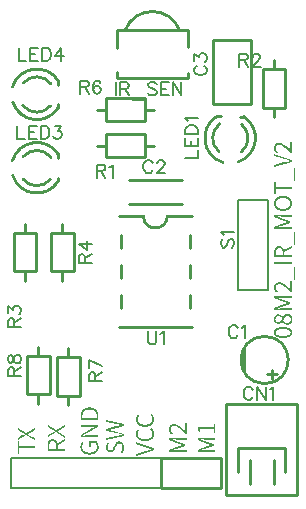
<source format=gto>
G04 Layer: TopSilkscreenLayer*
G04 EasyEDA v6.4.31, 2022-01-29 23:58:21*
G04 f8a1f9972e504da7969cdc8d593e69ee,00a5ad12733442db97615573759eb5db,10*
G04 Gerber Generator version 0.2*
G04 Scale: 100 percent, Rotated: No, Reflected: No *
G04 Dimensions in millimeters *
G04 leading zeros omitted , absolute positions ,4 integer and 5 decimal *
%FSLAX45Y45*%
%MOMM*%

%ADD10C,0.2540*%
%ADD21C,0.2032*%
%ADD22C,0.2030*%
%ADD23C,0.1524*%

%LPD*%
G36*
X737870Y780034D02*
G01*
X731012Y779830D01*
X724458Y779322D01*
X718159Y778408D01*
X712216Y777189D01*
X706628Y775563D01*
X701294Y773633D01*
X696315Y771347D01*
X691642Y768705D01*
X687374Y765708D01*
X683361Y762406D01*
X679754Y758698D01*
X676503Y754684D01*
X673608Y750316D01*
X671068Y745642D01*
X668934Y740613D01*
X667156Y735228D01*
X665784Y729538D01*
X664768Y723493D01*
X664159Y717143D01*
X663956Y710438D01*
X663956Y690880D01*
X677926Y690880D01*
X677926Y709168D01*
X678180Y715721D01*
X678942Y721817D01*
X680212Y727506D01*
X681939Y732739D01*
X684174Y737565D01*
X686866Y741984D01*
X690016Y745947D01*
X693623Y749503D01*
X697687Y752602D01*
X702157Y755294D01*
X707085Y757580D01*
X712419Y759460D01*
X718210Y760882D01*
X724357Y761949D01*
X730910Y762558D01*
X737870Y762762D01*
X744778Y762558D01*
X751382Y761949D01*
X757580Y760882D01*
X763422Y759460D01*
X768858Y757580D01*
X773887Y755294D01*
X778510Y752602D01*
X782675Y749503D01*
X786434Y745947D01*
X789686Y741984D01*
X792530Y737565D01*
X794816Y732739D01*
X796696Y727506D01*
X798017Y721817D01*
X798830Y715721D01*
X799084Y709168D01*
X799084Y690880D01*
X663956Y690880D01*
X663956Y673862D01*
X812800Y673862D01*
X812800Y711200D01*
X812596Y717804D01*
X811987Y724052D01*
X810920Y729996D01*
X809498Y735634D01*
X807669Y740918D01*
X805434Y745896D01*
X802843Y750519D01*
X799896Y754837D01*
X796544Y758850D01*
X792835Y762457D01*
X788822Y765759D01*
X784453Y768756D01*
X779729Y771398D01*
X774649Y773684D01*
X769315Y775614D01*
X763625Y777189D01*
X757631Y778408D01*
X751332Y779322D01*
X744728Y779830D01*
G37*
G36*
X663956Y632460D02*
G01*
X663956Y616458D01*
X750214Y616508D01*
X773684Y617575D01*
X790956Y618744D01*
X790956Y617728D01*
X760476Y601472D01*
X663956Y545338D01*
X663956Y528066D01*
X812800Y528066D01*
X812800Y543814D01*
X725474Y543763D01*
X708355Y543102D01*
X686054Y541782D01*
X686054Y542798D01*
X716534Y559054D01*
X812800Y614934D01*
X812800Y632460D01*
G37*
G36*
X736600Y491998D02*
G01*
X736600Y443992D01*
X750570Y443992D01*
X750570Y476504D01*
X791210Y476504D01*
X795121Y471068D01*
X798118Y464159D01*
X799947Y456336D01*
X800608Y448056D01*
X800303Y442163D01*
X799490Y436626D01*
X798118Y431393D01*
X796239Y426567D01*
X793851Y422046D01*
X790956Y417880D01*
X787603Y414121D01*
X783742Y410667D01*
X779475Y407670D01*
X774750Y404977D01*
X769620Y402742D01*
X764082Y400862D01*
X758139Y399389D01*
X751840Y398373D01*
X745134Y397713D01*
X738124Y397510D01*
X731113Y397764D01*
X724458Y398424D01*
X718159Y399542D01*
X712266Y401066D01*
X706729Y403047D01*
X701649Y405384D01*
X696976Y408127D01*
X692759Y411276D01*
X688949Y414731D01*
X685647Y418541D01*
X682802Y422706D01*
X680415Y427177D01*
X678586Y432003D01*
X677214Y437083D01*
X676402Y442417D01*
X676148Y448056D01*
X677265Y458673D01*
X680313Y467461D01*
X684834Y474776D01*
X690372Y480822D01*
X679450Y490220D01*
X676198Y486765D01*
X672998Y482854D01*
X669950Y478434D01*
X667207Y473506D01*
X664870Y467969D01*
X663041Y461873D01*
X661822Y455168D01*
X661416Y447801D01*
X661619Y441959D01*
X662279Y436321D01*
X663346Y430885D01*
X664819Y425653D01*
X666750Y420624D01*
X669036Y415848D01*
X671677Y411276D01*
X674776Y407009D01*
X678180Y402996D01*
X681990Y399237D01*
X686155Y395833D01*
X690676Y392684D01*
X695502Y389890D01*
X700684Y387400D01*
X706221Y385267D01*
X712012Y383489D01*
X718159Y382066D01*
X724611Y381050D01*
X731367Y380441D01*
X738378Y380238D01*
X745490Y380441D01*
X752246Y381050D01*
X758748Y382016D01*
X764895Y383387D01*
X770737Y385114D01*
X776274Y387197D01*
X781456Y389636D01*
X786333Y392379D01*
X790803Y395427D01*
X794969Y398830D01*
X798728Y402488D01*
X802132Y406400D01*
X805180Y410616D01*
X807821Y415086D01*
X810107Y419760D01*
X811987Y424738D01*
X813409Y429869D01*
X814476Y435254D01*
X815136Y440791D01*
X815340Y446532D01*
X815035Y453796D01*
X814069Y460654D01*
X812546Y467156D01*
X810564Y473151D01*
X808075Y478688D01*
X805180Y483717D01*
X801878Y488137D01*
X798322Y491998D01*
G37*
G36*
X1263904Y725424D02*
G01*
X1253490Y716026D01*
X1257350Y712266D01*
X1260754Y708355D01*
X1263650Y704342D01*
X1266088Y700074D01*
X1268018Y695655D01*
X1269390Y690930D01*
X1270203Y686003D01*
X1270508Y680720D01*
X1270203Y675386D01*
X1269390Y670306D01*
X1268018Y665480D01*
X1266139Y660958D01*
X1263751Y656742D01*
X1260856Y652830D01*
X1257503Y649274D01*
X1253642Y646023D01*
X1249375Y643128D01*
X1244650Y640537D01*
X1239520Y638352D01*
X1233982Y636524D01*
X1228039Y635101D01*
X1221740Y634085D01*
X1215034Y633425D01*
X1208024Y633222D01*
X1201013Y633425D01*
X1194358Y634085D01*
X1188059Y635152D01*
X1182166Y636676D01*
X1176629Y638556D01*
X1171549Y640791D01*
X1166876Y643432D01*
X1162659Y646379D01*
X1158849Y649732D01*
X1155547Y653389D01*
X1152702Y657352D01*
X1150315Y661619D01*
X1148486Y666191D01*
X1147114Y671017D01*
X1146302Y676148D01*
X1146048Y681482D01*
X1147114Y690676D01*
X1150010Y698855D01*
X1154531Y706018D01*
X1160272Y712216D01*
X1149350Y721614D01*
X1145895Y718210D01*
X1142542Y714298D01*
X1139494Y709930D01*
X1136802Y705053D01*
X1134567Y699719D01*
X1132789Y693978D01*
X1131722Y687781D01*
X1131316Y681228D01*
X1131519Y675690D01*
X1132179Y670255D01*
X1133246Y665022D01*
X1134719Y659993D01*
X1136650Y655167D01*
X1138936Y650544D01*
X1141577Y646176D01*
X1144676Y642010D01*
X1148080Y638098D01*
X1151890Y634492D01*
X1156055Y631139D01*
X1160576Y628091D01*
X1165402Y625348D01*
X1170584Y622960D01*
X1176121Y620877D01*
X1181912Y619150D01*
X1188059Y617778D01*
X1194511Y616762D01*
X1201267Y616153D01*
X1208278Y615950D01*
X1215390Y616153D01*
X1222146Y616762D01*
X1228648Y617728D01*
X1234795Y619048D01*
X1240637Y620776D01*
X1246174Y622808D01*
X1251356Y625195D01*
X1256233Y627888D01*
X1260703Y630885D01*
X1264869Y634136D01*
X1268628Y637692D01*
X1272032Y641502D01*
X1275080Y645566D01*
X1277721Y649884D01*
X1280007Y654405D01*
X1281887Y659180D01*
X1283309Y664108D01*
X1284376Y669239D01*
X1285036Y674522D01*
X1285240Y679958D01*
X1284884Y686968D01*
X1283817Y693572D01*
X1282090Y699770D01*
X1279702Y705561D01*
X1276705Y710996D01*
X1273048Y716127D01*
X1268780Y720902D01*
G37*
G36*
X1263904Y602488D02*
G01*
X1253490Y593344D01*
X1257350Y589584D01*
X1260754Y585673D01*
X1263650Y581660D01*
X1266088Y577392D01*
X1268018Y572973D01*
X1269390Y568248D01*
X1270203Y563321D01*
X1270508Y558038D01*
X1270203Y552704D01*
X1269390Y547624D01*
X1268018Y542798D01*
X1266139Y538276D01*
X1263751Y534060D01*
X1260856Y530148D01*
X1257503Y526592D01*
X1253642Y523341D01*
X1249375Y520446D01*
X1244650Y517855D01*
X1239520Y515670D01*
X1233982Y513842D01*
X1228039Y512419D01*
X1221740Y511403D01*
X1215034Y510743D01*
X1208024Y510540D01*
X1201013Y510743D01*
X1194358Y511403D01*
X1188059Y512470D01*
X1182166Y513994D01*
X1176629Y515874D01*
X1171549Y518109D01*
X1166876Y520750D01*
X1162659Y523697D01*
X1158849Y527050D01*
X1155547Y530707D01*
X1152702Y534670D01*
X1150315Y538937D01*
X1148486Y543509D01*
X1147114Y548335D01*
X1146302Y553466D01*
X1146048Y558800D01*
X1147114Y567994D01*
X1150010Y576173D01*
X1154531Y583336D01*
X1160272Y589534D01*
X1149350Y598932D01*
X1145895Y595477D01*
X1142542Y591515D01*
X1139494Y587095D01*
X1136802Y582269D01*
X1134567Y576986D01*
X1132789Y571246D01*
X1131722Y565099D01*
X1131316Y558546D01*
X1131519Y553008D01*
X1132179Y547573D01*
X1133246Y542340D01*
X1134719Y537311D01*
X1136650Y532485D01*
X1138936Y527862D01*
X1141577Y523493D01*
X1144676Y519328D01*
X1148080Y515416D01*
X1151890Y511809D01*
X1156055Y508457D01*
X1160576Y505409D01*
X1165402Y502666D01*
X1170584Y500278D01*
X1176121Y498195D01*
X1181912Y496468D01*
X1188059Y495096D01*
X1194511Y494080D01*
X1201267Y493471D01*
X1208278Y493268D01*
X1215390Y493471D01*
X1222146Y494080D01*
X1228648Y495046D01*
X1234795Y496366D01*
X1240637Y498093D01*
X1246174Y500126D01*
X1251356Y502513D01*
X1256233Y505206D01*
X1260703Y508203D01*
X1264869Y511454D01*
X1268628Y515010D01*
X1272032Y518820D01*
X1275080Y522884D01*
X1277721Y527202D01*
X1280007Y531723D01*
X1281887Y536498D01*
X1283309Y541426D01*
X1284376Y546557D01*
X1285036Y551840D01*
X1285240Y557276D01*
X1284884Y564286D01*
X1283817Y570890D01*
X1282090Y577037D01*
X1279702Y582828D01*
X1276705Y588264D01*
X1273048Y593293D01*
X1268780Y598068D01*
G37*
G36*
X1133856Y483362D02*
G01*
X1133856Y466343D01*
X1258773Y428802D01*
X1265174Y426720D01*
X1265174Y425958D01*
X1240688Y418541D01*
X1216152Y411480D01*
X1133856Y386334D01*
X1133856Y368808D01*
X1282700Y416559D01*
X1282700Y435864D01*
G37*
G36*
X279400Y608076D02*
G01*
X203454Y564388D01*
X130556Y605282D01*
X130556Y587756D01*
X175107Y564134D01*
X191516Y556260D01*
X191516Y555244D01*
X180086Y548995D01*
X170180Y543306D01*
X130556Y522224D01*
X130556Y503428D01*
X202692Y544322D01*
X279400Y500888D01*
X279400Y518414D01*
X237998Y541020D01*
X213867Y553212D01*
X213867Y553974D01*
X237998Y566928D01*
X279400Y589788D01*
G37*
G36*
X130556Y495300D02*
G01*
X130556Y387604D01*
X144780Y387604D01*
X144780Y432816D01*
X279400Y432816D01*
X279400Y449834D01*
X144780Y449834D01*
X144780Y495300D01*
G37*
G36*
X879856Y672592D02*
G01*
X879856Y656590D01*
X974547Y637844D01*
X1010919Y631444D01*
X1010919Y630428D01*
X962660Y619252D01*
X879856Y597916D01*
X879856Y582422D01*
X968603Y559917D01*
X1010919Y550418D01*
X1010919Y549656D01*
X962660Y540512D01*
X879856Y524001D01*
X879856Y506730D01*
X1028700Y538988D01*
X1028700Y558546D01*
X935990Y581660D01*
X902208Y589534D01*
X902208Y590296D01*
X935990Y597662D01*
X1028700Y621284D01*
X1028700Y641350D01*
G37*
G36*
X989584Y492251D02*
G01*
X981862Y491642D01*
X975106Y489864D01*
X969264Y487019D01*
X964234Y483260D01*
X959916Y478739D01*
X956157Y473506D01*
X952855Y467715D01*
X949960Y461518D01*
X938885Y435559D01*
X934415Y427024D01*
X931671Y423214D01*
X928471Y419912D01*
X924661Y417322D01*
X920191Y415645D01*
X914908Y415035D01*
X909929Y415594D01*
X905459Y417118D01*
X901547Y419658D01*
X898245Y423062D01*
X895603Y427228D01*
X893673Y432206D01*
X892454Y437794D01*
X892048Y443992D01*
X892302Y449173D01*
X893064Y454050D01*
X894283Y458673D01*
X895908Y463042D01*
X897991Y467156D01*
X900430Y471068D01*
X903173Y474776D01*
X906271Y478282D01*
X895603Y487172D01*
X891743Y483108D01*
X888237Y478637D01*
X885139Y473709D01*
X882446Y468426D01*
X880313Y462788D01*
X878687Y456793D01*
X877671Y450545D01*
X877316Y443992D01*
X877671Y437540D01*
X878636Y431393D01*
X880211Y425653D01*
X882345Y420319D01*
X885088Y415442D01*
X888288Y411073D01*
X891946Y407263D01*
X896061Y404063D01*
X900582Y401472D01*
X905459Y399592D01*
X910640Y398424D01*
X916178Y398018D01*
X923747Y398729D01*
X930351Y400812D01*
X936040Y403961D01*
X940917Y407974D01*
X945083Y412648D01*
X948588Y417728D01*
X951534Y423011D01*
X954024Y428243D01*
X965758Y455015D01*
X968146Y459790D01*
X970686Y464108D01*
X973531Y467868D01*
X976833Y470966D01*
X980694Y473252D01*
X985316Y474726D01*
X990853Y475234D01*
X996340Y474675D01*
X1001268Y472948D01*
X1005687Y470204D01*
X1009396Y466445D01*
X1012393Y461772D01*
X1014628Y456184D01*
X1016050Y449732D01*
X1016508Y442468D01*
X1016152Y436626D01*
X1015187Y430834D01*
X1013561Y425246D01*
X1011377Y419811D01*
X1008684Y414629D01*
X1005484Y409701D01*
X1001776Y405079D01*
X997712Y400812D01*
X1009142Y390652D01*
X1014018Y395732D01*
X1018387Y401218D01*
X1022146Y407111D01*
X1025347Y413410D01*
X1027887Y420116D01*
X1029716Y427177D01*
X1030833Y434644D01*
X1031240Y442468D01*
X1030884Y449834D01*
X1029766Y456742D01*
X1028039Y463092D01*
X1025652Y468934D01*
X1022654Y474167D01*
X1019200Y478790D01*
X1015187Y482803D01*
X1010767Y486105D01*
X1005941Y488746D01*
X1000760Y490677D01*
X995324Y491845D01*
G37*
G36*
X2436876Y3027172D02*
G01*
X2436977Y2978607D01*
X2438146Y2960116D01*
X2427986Y2970631D01*
X2417978Y2980283D01*
X2408224Y2989072D01*
X2398623Y2996895D01*
X2389124Y3003702D01*
X2379776Y3009442D01*
X2370531Y3013964D01*
X2365908Y3015792D01*
X2361336Y3017316D01*
X2356764Y3018485D01*
X2352243Y3019348D01*
X2347671Y3019907D01*
X2343150Y3020060D01*
X2336749Y3019704D01*
X2330754Y3018739D01*
X2325217Y3017113D01*
X2320137Y3014878D01*
X2315565Y3012033D01*
X2311552Y3008630D01*
X2308047Y3004667D01*
X2305100Y3000197D01*
X2302764Y2995218D01*
X2301087Y2989732D01*
X2300071Y2983788D01*
X2299716Y2977388D01*
X2300122Y2970682D01*
X2301290Y2964484D01*
X2303170Y2958744D01*
X2305659Y2953308D01*
X2308860Y2948228D01*
X2312568Y2943402D01*
X2316835Y2938729D01*
X2321560Y2934208D01*
X2330704Y2943860D01*
X2327097Y2947212D01*
X2323795Y2950718D01*
X2320798Y2954426D01*
X2318207Y2958287D01*
X2316124Y2962351D01*
X2314498Y2966618D01*
X2313533Y2971038D01*
X2313178Y2975610D01*
X2313787Y2982366D01*
X2315514Y2988157D01*
X2318258Y2993034D01*
X2321966Y2996946D01*
X2326487Y2999994D01*
X2331720Y3002127D01*
X2337562Y3003397D01*
X2343912Y3003804D01*
X2347772Y3003651D01*
X2355799Y3002381D01*
X2364130Y2999790D01*
X2372817Y2995828D01*
X2377338Y2993339D01*
X2386634Y2987344D01*
X2396439Y2979877D01*
X2406751Y2970987D01*
X2417622Y2960573D01*
X2429103Y2948686D01*
X2441194Y2935224D01*
X2451100Y2935224D01*
X2451100Y3027172D01*
G37*
G36*
X2302256Y2925826D02*
G01*
X2302256Y2908808D01*
X2427173Y2871266D01*
X2433574Y2869184D01*
X2433574Y2868422D01*
X2409088Y2861005D01*
X2384552Y2853944D01*
X2302256Y2828798D01*
X2302256Y2811272D01*
X2451100Y2859024D01*
X2451100Y2878328D01*
G37*
G36*
X2467610Y2808224D02*
G01*
X2467610Y2700274D01*
X2479040Y2700274D01*
X2479040Y2808224D01*
G37*
G36*
X2302256Y2691384D02*
G01*
X2302256Y2583434D01*
X2316480Y2583434D01*
X2316480Y2628646D01*
X2451100Y2628646D01*
X2451100Y2645664D01*
X2316480Y2645664D01*
X2316480Y2691384D01*
G37*
G36*
X2376170Y2570226D02*
G01*
X2369210Y2570022D01*
X2362504Y2569464D01*
X2356104Y2568498D01*
X2349957Y2567228D01*
X2344166Y2565552D01*
X2338730Y2563571D01*
X2333548Y2561285D01*
X2328722Y2558643D01*
X2324252Y2555748D01*
X2320137Y2552547D01*
X2316378Y2549042D01*
X2312924Y2545334D01*
X2309926Y2541320D01*
X2307234Y2537104D01*
X2304999Y2532634D01*
X2303119Y2527909D01*
X2301646Y2523032D01*
X2300579Y2517952D01*
X2299919Y2512669D01*
X2299716Y2507234D01*
X2314448Y2507234D01*
X2314702Y2512314D01*
X2315514Y2517140D01*
X2316886Y2521712D01*
X2318715Y2526080D01*
X2321102Y2530094D01*
X2323947Y2533853D01*
X2327249Y2537307D01*
X2331008Y2540457D01*
X2335225Y2543302D01*
X2339898Y2545791D01*
X2344978Y2547924D01*
X2350465Y2549702D01*
X2356307Y2551125D01*
X2362555Y2552141D01*
X2369210Y2552750D01*
X2376170Y2552954D01*
X2383129Y2552750D01*
X2389784Y2552141D01*
X2396083Y2551125D01*
X2402027Y2549702D01*
X2407615Y2547924D01*
X2412746Y2545791D01*
X2417521Y2543302D01*
X2421839Y2540457D01*
X2425700Y2537307D01*
X2429103Y2533853D01*
X2432050Y2530094D01*
X2434488Y2526080D01*
X2436368Y2521712D01*
X2437790Y2517140D01*
X2438603Y2512314D01*
X2438908Y2507234D01*
X2438603Y2502204D01*
X2437790Y2497429D01*
X2436368Y2492857D01*
X2434488Y2488539D01*
X2432050Y2484526D01*
X2429103Y2480818D01*
X2425700Y2477363D01*
X2421839Y2474214D01*
X2417521Y2471420D01*
X2412746Y2468930D01*
X2407615Y2466797D01*
X2402027Y2465019D01*
X2396083Y2463596D01*
X2389784Y2462580D01*
X2383129Y2461971D01*
X2376170Y2461768D01*
X2369210Y2461971D01*
X2362555Y2462580D01*
X2356307Y2463596D01*
X2350465Y2465019D01*
X2344978Y2466797D01*
X2339898Y2468930D01*
X2335225Y2471420D01*
X2331008Y2474214D01*
X2327249Y2477363D01*
X2323947Y2480818D01*
X2321102Y2484526D01*
X2318715Y2488539D01*
X2316886Y2492857D01*
X2315514Y2497429D01*
X2314702Y2502204D01*
X2314448Y2507234D01*
X2299716Y2507234D01*
X2299919Y2501798D01*
X2300579Y2496515D01*
X2301646Y2491435D01*
X2303119Y2486558D01*
X2304999Y2481884D01*
X2307234Y2477465D01*
X2309926Y2473198D01*
X2312924Y2469235D01*
X2316378Y2465527D01*
X2320137Y2462072D01*
X2324252Y2458872D01*
X2328722Y2455976D01*
X2333548Y2453386D01*
X2338730Y2451100D01*
X2344166Y2449118D01*
X2349957Y2447493D01*
X2356104Y2446172D01*
X2362504Y2445258D01*
X2369210Y2444699D01*
X2376170Y2444496D01*
X2383180Y2444699D01*
X2389886Y2445258D01*
X2396337Y2446172D01*
X2402484Y2447493D01*
X2408326Y2449118D01*
X2413863Y2451100D01*
X2419045Y2453386D01*
X2423972Y2455976D01*
X2428494Y2458872D01*
X2432710Y2462072D01*
X2436571Y2465527D01*
X2440025Y2469235D01*
X2443175Y2473198D01*
X2445867Y2477465D01*
X2448204Y2481884D01*
X2450134Y2486558D01*
X2451658Y2491435D01*
X2452776Y2496515D01*
X2453436Y2501798D01*
X2453640Y2507234D01*
X2453436Y2512669D01*
X2452776Y2517952D01*
X2451658Y2523032D01*
X2450134Y2527909D01*
X2448204Y2532634D01*
X2445867Y2537104D01*
X2443175Y2541320D01*
X2440025Y2545334D01*
X2436571Y2549042D01*
X2432710Y2552547D01*
X2428494Y2555748D01*
X2423972Y2558643D01*
X2419045Y2561285D01*
X2413863Y2563571D01*
X2408326Y2565552D01*
X2402484Y2567228D01*
X2396337Y2568498D01*
X2389886Y2569464D01*
X2383180Y2570022D01*
G37*
G36*
X2302256Y2411730D02*
G01*
X2302256Y2390902D01*
X2383536Y2361946D01*
X2415286Y2351532D01*
X2415286Y2350516D01*
X2383536Y2339848D01*
X2302256Y2310384D01*
X2302256Y2289810D01*
X2451100Y2289810D01*
X2451100Y2305050D01*
X2360269Y2304999D01*
X2338070Y2303983D01*
X2322068Y2303018D01*
X2322068Y2303780D01*
X2355850Y2315464D01*
X2435860Y2344928D01*
X2435860Y2356358D01*
X2355850Y2385568D01*
X2322068Y2397252D01*
X2322068Y2398014D01*
X2354986Y2396185D01*
X2365248Y2395982D01*
X2451100Y2395982D01*
X2451100Y2411730D01*
G37*
G36*
X2467610Y2266442D02*
G01*
X2467610Y2158492D01*
X2479040Y2158492D01*
X2479040Y2266442D01*
G37*
G36*
X2451100Y2149856D02*
G01*
X2385314Y2111502D01*
X2383942Y2116632D01*
X2382164Y2121357D01*
X2380030Y2125776D01*
X2377541Y2129840D01*
X2374696Y2133447D01*
X2371445Y2136698D01*
X2367788Y2139442D01*
X2363774Y2141778D01*
X2359355Y2143607D01*
X2354529Y2144928D01*
X2349296Y2145792D01*
X2343658Y2146046D01*
X2336444Y2145588D01*
X2329992Y2144369D01*
X2324354Y2142286D01*
X2319375Y2139442D01*
X2315108Y2135936D01*
X2311552Y2131720D01*
X2308555Y2126894D01*
X2306218Y2121458D01*
X2304440Y2115515D01*
X2303221Y2109012D01*
X2302510Y2102104D01*
X2302256Y2094738D01*
X2302256Y2066036D01*
X2315972Y2066036D01*
X2315972Y2091943D01*
X2316327Y2100478D01*
X2317445Y2107946D01*
X2319375Y2114346D01*
X2322220Y2119680D01*
X2325979Y2123846D01*
X2330754Y2126843D01*
X2336647Y2128672D01*
X2343658Y2129282D01*
X2350617Y2128672D01*
X2356612Y2126843D01*
X2361692Y2123846D01*
X2365806Y2119680D01*
X2369007Y2114346D01*
X2371293Y2107946D01*
X2372664Y2100478D01*
X2373122Y2091943D01*
X2373122Y2066036D01*
X2302256Y2066036D01*
X2302256Y2049272D01*
X2451100Y2049272D01*
X2451100Y2066036D01*
X2386838Y2066036D01*
X2386838Y2093975D01*
X2451100Y2131060D01*
G37*
G36*
X2302256Y2007616D02*
G01*
X2302256Y1990852D01*
X2451100Y1990852D01*
X2451100Y2007616D01*
G37*
G36*
X2467610Y1967484D02*
G01*
X2467610Y1859534D01*
X2479040Y1859534D01*
X2479040Y1967484D01*
G37*
G36*
X2436876Y1846580D02*
G01*
X2436977Y1798015D01*
X2438146Y1779524D01*
X2427986Y1790039D01*
X2417978Y1799691D01*
X2408224Y1808480D01*
X2398623Y1816303D01*
X2389124Y1823110D01*
X2379776Y1828850D01*
X2370531Y1833372D01*
X2365908Y1835200D01*
X2361336Y1836724D01*
X2356764Y1837893D01*
X2352243Y1838756D01*
X2347671Y1839315D01*
X2343150Y1839468D01*
X2336749Y1839112D01*
X2330754Y1838147D01*
X2325217Y1836521D01*
X2320137Y1834286D01*
X2315565Y1831441D01*
X2311552Y1828038D01*
X2308047Y1824075D01*
X2305100Y1819605D01*
X2302764Y1814626D01*
X2301087Y1809140D01*
X2300071Y1803196D01*
X2299716Y1796796D01*
X2300122Y1790090D01*
X2301290Y1783892D01*
X2303170Y1778152D01*
X2305659Y1772716D01*
X2308860Y1767636D01*
X2312568Y1762810D01*
X2316835Y1758137D01*
X2321560Y1753616D01*
X2330704Y1763268D01*
X2327097Y1766620D01*
X2323795Y1770125D01*
X2320798Y1773834D01*
X2318207Y1777695D01*
X2316124Y1781759D01*
X2314498Y1786026D01*
X2313533Y1790446D01*
X2313178Y1795018D01*
X2313787Y1801774D01*
X2315514Y1807565D01*
X2318258Y1812442D01*
X2321966Y1816354D01*
X2326487Y1819402D01*
X2331720Y1821535D01*
X2337562Y1822805D01*
X2343912Y1823212D01*
X2347772Y1823059D01*
X2355799Y1821789D01*
X2364130Y1819198D01*
X2372817Y1815236D01*
X2377338Y1812747D01*
X2386634Y1806752D01*
X2396439Y1799285D01*
X2406751Y1790395D01*
X2417622Y1779981D01*
X2429103Y1768093D01*
X2441194Y1754632D01*
X2451100Y1754632D01*
X2451100Y1846580D01*
G37*
G36*
X2302256Y1724660D02*
G01*
X2302256Y1703832D01*
X2383536Y1674875D01*
X2415286Y1664462D01*
X2415286Y1663446D01*
X2383536Y1652778D01*
X2302256Y1623568D01*
X2302256Y1602740D01*
X2451100Y1602740D01*
X2451100Y1617980D01*
X2360269Y1617929D01*
X2338070Y1616913D01*
X2322068Y1615948D01*
X2322068Y1616710D01*
X2355850Y1628648D01*
X2435860Y1657857D01*
X2435860Y1669288D01*
X2355850Y1698498D01*
X2322068Y1710182D01*
X2322068Y1710943D01*
X2354986Y1709115D01*
X2365248Y1708912D01*
X2451100Y1708912D01*
X2451100Y1724660D01*
G37*
G36*
X2415540Y1572768D02*
G01*
X2408326Y1572209D01*
X2401925Y1570634D01*
X2396236Y1568196D01*
X2391206Y1564995D01*
X2386787Y1561185D01*
X2382875Y1556918D01*
X2379472Y1552244D01*
X2376424Y1547368D01*
X2375408Y1547368D01*
X2372512Y1550771D01*
X2369108Y1554276D01*
X2365146Y1557680D01*
X2360726Y1560880D01*
X2355850Y1563624D01*
X2350668Y1565757D01*
X2345131Y1567180D01*
X2339340Y1567688D01*
X2333752Y1567383D01*
X2328519Y1566418D01*
X2323592Y1564894D01*
X2319020Y1562811D01*
X2314905Y1560118D01*
X2311196Y1556867D01*
X2307996Y1553159D01*
X2305304Y1548892D01*
X2303119Y1544116D01*
X2301544Y1538884D01*
X2300579Y1533194D01*
X2300224Y1527048D01*
X2312670Y1527048D01*
X2313228Y1532890D01*
X2314854Y1538122D01*
X2317394Y1542592D01*
X2320747Y1546301D01*
X2324862Y1549298D01*
X2329484Y1551432D01*
X2334615Y1552752D01*
X2340102Y1553210D01*
X2348534Y1552143D01*
X2356561Y1548993D01*
X2364130Y1543862D01*
X2371090Y1536954D01*
X2368448Y1530350D01*
X2365552Y1524050D01*
X2362352Y1518208D01*
X2360902Y1516126D01*
X2377948Y1516126D01*
X2382266Y1526641D01*
X2386838Y1536242D01*
X2389327Y1540611D01*
X2392019Y1544523D01*
X2394966Y1548028D01*
X2398217Y1551025D01*
X2401773Y1553464D01*
X2405735Y1555242D01*
X2410155Y1556359D01*
X2415032Y1556766D01*
X2420518Y1556207D01*
X2425598Y1554632D01*
X2430068Y1552041D01*
X2433980Y1548587D01*
X2437130Y1544269D01*
X2439466Y1539189D01*
X2440940Y1533448D01*
X2441448Y1527048D01*
X2440889Y1520342D01*
X2439263Y1514144D01*
X2436723Y1508607D01*
X2433320Y1503832D01*
X2429154Y1499920D01*
X2424277Y1497025D01*
X2418892Y1495196D01*
X2413000Y1494536D01*
X2407513Y1494942D01*
X2402332Y1496161D01*
X2397404Y1498092D01*
X2392781Y1500682D01*
X2388565Y1503832D01*
X2384653Y1507490D01*
X2381097Y1511604D01*
X2377948Y1516126D01*
X2360902Y1516126D01*
X2358745Y1513027D01*
X2354580Y1508658D01*
X2349754Y1505305D01*
X2344216Y1503172D01*
X2337816Y1502410D01*
X2332431Y1502867D01*
X2327554Y1504238D01*
X2323287Y1506474D01*
X2319629Y1509369D01*
X2316683Y1512976D01*
X2314498Y1517192D01*
X2313127Y1521917D01*
X2312670Y1527048D01*
X2300224Y1527048D01*
X2300528Y1521510D01*
X2301443Y1516227D01*
X2302967Y1511300D01*
X2304999Y1506677D01*
X2307590Y1502410D01*
X2310638Y1498650D01*
X2314143Y1495298D01*
X2318156Y1492504D01*
X2322525Y1490218D01*
X2327249Y1488541D01*
X2332380Y1487525D01*
X2337816Y1487170D01*
X2343404Y1487576D01*
X2348636Y1488795D01*
X2353462Y1490726D01*
X2357882Y1493215D01*
X2361946Y1496212D01*
X2365603Y1499616D01*
X2368905Y1503324D01*
X2371852Y1507236D01*
X2372614Y1507236D01*
X2375662Y1502105D01*
X2379370Y1497126D01*
X2383637Y1492453D01*
X2388565Y1488236D01*
X2394051Y1484680D01*
X2400096Y1481937D01*
X2406802Y1480159D01*
X2414016Y1479550D01*
X2419654Y1479956D01*
X2424988Y1481175D01*
X2429967Y1483106D01*
X2434539Y1485747D01*
X2438755Y1489049D01*
X2442514Y1492961D01*
X2445766Y1497482D01*
X2448509Y1502460D01*
X2450693Y1507947D01*
X2452319Y1513840D01*
X2453284Y1520139D01*
X2453640Y1526794D01*
X2453284Y1533448D01*
X2452319Y1539748D01*
X2450693Y1545539D01*
X2448509Y1550924D01*
X2445766Y1555750D01*
X2442565Y1560068D01*
X2438958Y1563827D01*
X2434894Y1566926D01*
X2430475Y1569466D01*
X2425750Y1571244D01*
X2420772Y1572412D01*
G37*
G36*
X2376170Y1459992D02*
G01*
X2366822Y1459788D01*
X2358085Y1459179D01*
X2349957Y1458214D01*
X2342489Y1456842D01*
X2335580Y1455115D01*
X2329332Y1453032D01*
X2323642Y1450644D01*
X2318613Y1447850D01*
X2314143Y1444752D01*
X2310333Y1441348D01*
X2307082Y1437640D01*
X2304389Y1433626D01*
X2302357Y1429308D01*
X2300884Y1424736D01*
X2300020Y1419910D01*
X2299716Y1414780D01*
X2313178Y1414780D01*
X2313584Y1419047D01*
X2314803Y1423009D01*
X2316937Y1426718D01*
X2319832Y1430121D01*
X2323693Y1433220D01*
X2328367Y1435963D01*
X2334006Y1438351D01*
X2340559Y1440332D01*
X2348026Y1441907D01*
X2356408Y1443024D01*
X2365806Y1443736D01*
X2376170Y1443990D01*
X2386736Y1443736D01*
X2396286Y1443024D01*
X2404872Y1441907D01*
X2412492Y1440332D01*
X2419146Y1438351D01*
X2424887Y1435963D01*
X2429662Y1433220D01*
X2433574Y1430121D01*
X2436622Y1426718D01*
X2438755Y1423009D01*
X2440025Y1419047D01*
X2440432Y1414780D01*
X2440025Y1410462D01*
X2438755Y1406398D01*
X2436622Y1402638D01*
X2433574Y1399184D01*
X2429662Y1396034D01*
X2424887Y1393240D01*
X2419146Y1390853D01*
X2412492Y1388821D01*
X2404872Y1387195D01*
X2396286Y1386027D01*
X2386736Y1385316D01*
X2376170Y1385062D01*
X2365806Y1385316D01*
X2356408Y1386027D01*
X2348026Y1387195D01*
X2340559Y1388821D01*
X2334006Y1390853D01*
X2328367Y1393240D01*
X2323693Y1396034D01*
X2319832Y1399184D01*
X2316937Y1402638D01*
X2314803Y1406398D01*
X2313584Y1410462D01*
X2313178Y1414780D01*
X2299716Y1414780D01*
X2300020Y1409649D01*
X2300884Y1404772D01*
X2302357Y1400200D01*
X2304389Y1395831D01*
X2307082Y1391818D01*
X2310333Y1388059D01*
X2314143Y1384604D01*
X2318613Y1381455D01*
X2323642Y1378610D01*
X2329332Y1376172D01*
X2335580Y1374038D01*
X2342489Y1372260D01*
X2349957Y1370888D01*
X2358085Y1369872D01*
X2366822Y1369263D01*
X2376170Y1369060D01*
X2385618Y1369263D01*
X2394458Y1369872D01*
X2402636Y1370888D01*
X2410256Y1372260D01*
X2417216Y1374038D01*
X2423566Y1376172D01*
X2429306Y1378610D01*
X2434437Y1381455D01*
X2438958Y1384604D01*
X2442870Y1388059D01*
X2446172Y1391818D01*
X2448864Y1395831D01*
X2450947Y1400200D01*
X2452471Y1404772D01*
X2453335Y1409649D01*
X2453640Y1414780D01*
X2453335Y1419910D01*
X2452471Y1424736D01*
X2450947Y1429308D01*
X2448864Y1433626D01*
X2446172Y1437640D01*
X2442870Y1441348D01*
X2438958Y1444752D01*
X2434437Y1447850D01*
X2429306Y1450644D01*
X2423566Y1453032D01*
X2417216Y1455115D01*
X2410256Y1456842D01*
X2402636Y1458214D01*
X2394458Y1459179D01*
X2385618Y1459788D01*
G37*
G36*
X533400Y631190D02*
G01*
X457454Y587502D01*
X384556Y628396D01*
X384556Y610870D01*
X429107Y587197D01*
X445516Y579120D01*
X445516Y578104D01*
X434085Y572058D01*
X424180Y566420D01*
X384556Y545338D01*
X384556Y526542D01*
X456692Y567436D01*
X533400Y524001D01*
X533400Y541528D01*
X486409Y566877D01*
X467868Y576072D01*
X467868Y577088D01*
X533400Y612648D01*
G37*
G36*
X533400Y515112D02*
G01*
X467614Y476758D01*
X466242Y481888D01*
X464464Y486613D01*
X462330Y491032D01*
X459841Y495096D01*
X456996Y498703D01*
X453745Y501954D01*
X450088Y504698D01*
X446074Y507034D01*
X441655Y508863D01*
X436829Y510184D01*
X431596Y511048D01*
X425958Y511301D01*
X418744Y510844D01*
X412292Y509625D01*
X406654Y507542D01*
X401675Y504698D01*
X397408Y501192D01*
X393852Y496976D01*
X390855Y492150D01*
X388518Y486714D01*
X386740Y480771D01*
X385521Y474268D01*
X384810Y467359D01*
X384556Y459993D01*
X384556Y431292D01*
X398272Y431292D01*
X398272Y457200D01*
X398627Y465734D01*
X399745Y473201D01*
X401675Y479602D01*
X404469Y484936D01*
X408279Y489102D01*
X413054Y492099D01*
X418947Y493928D01*
X425958Y494538D01*
X432917Y493928D01*
X438912Y492099D01*
X443992Y489102D01*
X448106Y484936D01*
X451307Y479602D01*
X453593Y473201D01*
X454964Y465734D01*
X455422Y457200D01*
X455422Y431292D01*
X384556Y431292D01*
X384556Y414528D01*
X533400Y414528D01*
X533400Y431292D01*
X469138Y431292D01*
X469138Y459232D01*
X533400Y496316D01*
G37*
G36*
X1789684Y642620D02*
G01*
X1789684Y612140D01*
X1654556Y612140D01*
X1654556Y599694D01*
X1657908Y593496D01*
X1660702Y586486D01*
X1662938Y578561D01*
X1664716Y569468D01*
X1675638Y569468D01*
X1675638Y595884D01*
X1789684Y595884D01*
X1789684Y562356D01*
X1803400Y562356D01*
X1803400Y642620D01*
G37*
G36*
X1654556Y523748D02*
G01*
X1654556Y502920D01*
X1735836Y473964D01*
X1767586Y463550D01*
X1767586Y462534D01*
X1735836Y451612D01*
X1654556Y422401D01*
X1654556Y401828D01*
X1803400Y401828D01*
X1803400Y417068D01*
X1712569Y417017D01*
X1690370Y416001D01*
X1674368Y415035D01*
X1674368Y415798D01*
X1708150Y427482D01*
X1788160Y456692D01*
X1788160Y468376D01*
X1708150Y497332D01*
X1674368Y509270D01*
X1674368Y510032D01*
X1707286Y508203D01*
X1717548Y508000D01*
X1803400Y508000D01*
X1803400Y523748D01*
G37*
G36*
X1547876Y645668D02*
G01*
X1547977Y597103D01*
X1549146Y578612D01*
X1538986Y589127D01*
X1528978Y598779D01*
X1519224Y607568D01*
X1509623Y615391D01*
X1500124Y622198D01*
X1490776Y627938D01*
X1481531Y632460D01*
X1476908Y634288D01*
X1472336Y635812D01*
X1467764Y636981D01*
X1463243Y637844D01*
X1458671Y638403D01*
X1454150Y638556D01*
X1447749Y638200D01*
X1441754Y637235D01*
X1436217Y635609D01*
X1431137Y633374D01*
X1426565Y630529D01*
X1422552Y627126D01*
X1419047Y623163D01*
X1416100Y618693D01*
X1413764Y613714D01*
X1412087Y608228D01*
X1411071Y602284D01*
X1410716Y595884D01*
X1411122Y589178D01*
X1412290Y582930D01*
X1414170Y577138D01*
X1416710Y571703D01*
X1419860Y566572D01*
X1423568Y561644D01*
X1427835Y556971D01*
X1432560Y552450D01*
X1441704Y562356D01*
X1438097Y565607D01*
X1434795Y569112D01*
X1431798Y572770D01*
X1429207Y576681D01*
X1427124Y580745D01*
X1425498Y584962D01*
X1424533Y589330D01*
X1424178Y593852D01*
X1424787Y600608D01*
X1426514Y606450D01*
X1429258Y611327D01*
X1432966Y615289D01*
X1437487Y618388D01*
X1442720Y620572D01*
X1448562Y621893D01*
X1454912Y622300D01*
X1458772Y622147D01*
X1462735Y621639D01*
X1466799Y620826D01*
X1470914Y619709D01*
X1475130Y618236D01*
X1483817Y614273D01*
X1492910Y608888D01*
X1502511Y602132D01*
X1512570Y593953D01*
X1523136Y584250D01*
X1534312Y573074D01*
X1552194Y553466D01*
X1562100Y553466D01*
X1562100Y645668D01*
G37*
G36*
X1413256Y523748D02*
G01*
X1413256Y502920D01*
X1494536Y473964D01*
X1526286Y463550D01*
X1526286Y462534D01*
X1494536Y451612D01*
X1413256Y422401D01*
X1413256Y401828D01*
X1562100Y401828D01*
X1562100Y417068D01*
X1471269Y417017D01*
X1449070Y416001D01*
X1433068Y415035D01*
X1433068Y415798D01*
X1466850Y427482D01*
X1546860Y456692D01*
X1546860Y468376D01*
X1466850Y497332D01*
X1433068Y509270D01*
X1433068Y510032D01*
X1465986Y508203D01*
X1476248Y508000D01*
X1562100Y508000D01*
X1562100Y523748D01*
G37*
D23*
X1650492Y3672078D02*
G01*
X1640078Y3666744D01*
X1629663Y3656329D01*
X1624584Y3646170D01*
X1624584Y3625342D01*
X1629663Y3614928D01*
X1640078Y3604513D01*
X1650492Y3599179D01*
X1666239Y3594100D01*
X1692147Y3594100D01*
X1707642Y3599179D01*
X1718055Y3604513D01*
X1728470Y3614928D01*
X1733550Y3625342D01*
X1733550Y3646170D01*
X1728470Y3656329D01*
X1718055Y3666744D01*
X1707642Y3672078D01*
X1624584Y3716781D02*
G01*
X1624584Y3773931D01*
X1666239Y3742689D01*
X1666239Y3758184D01*
X1671320Y3768597D01*
X1676400Y3773931D01*
X1692147Y3779012D01*
X1702562Y3779012D01*
X1718055Y3773931D01*
X1728470Y3763518D01*
X1733550Y3747770D01*
X1733550Y3732276D01*
X1728470Y3716781D01*
X1723389Y3711447D01*
X1712976Y3706368D01*
X1868678Y2206244D02*
G01*
X1858263Y2195829D01*
X1853184Y2180336D01*
X1853184Y2159507D01*
X1858263Y2144013D01*
X1868678Y2133600D01*
X1879092Y2133600D01*
X1889505Y2138679D01*
X1894839Y2144013D01*
X1899920Y2154428D01*
X1910334Y2185670D01*
X1915413Y2195829D01*
X1920747Y2201163D01*
X1931161Y2206244D01*
X1946656Y2206244D01*
X1957070Y2195829D01*
X1962150Y2180336D01*
X1962150Y2159507D01*
X1957070Y2144013D01*
X1946656Y2133600D01*
X1874012Y2240534D02*
G01*
X1868678Y2250947D01*
X1853184Y2266695D01*
X1962150Y2266695D01*
X49784Y1045705D02*
G01*
X158750Y1045705D01*
X49784Y1045705D02*
G01*
X49784Y1092441D01*
X54863Y1107935D01*
X60197Y1113269D01*
X70612Y1118349D01*
X81026Y1118349D01*
X91439Y1113269D01*
X96520Y1107935D01*
X101600Y1092441D01*
X101600Y1045705D01*
X101600Y1082027D02*
G01*
X158750Y1118349D01*
X49784Y1178801D02*
G01*
X54863Y1163053D01*
X65278Y1157973D01*
X75692Y1157973D01*
X86105Y1163053D01*
X91439Y1173467D01*
X96520Y1194295D01*
X101600Y1209789D01*
X112013Y1220203D01*
X122428Y1225537D01*
X138176Y1225537D01*
X148589Y1220203D01*
X153670Y1215123D01*
X158750Y1199375D01*
X158750Y1178801D01*
X153670Y1163053D01*
X148589Y1157973D01*
X138176Y1152639D01*
X122428Y1152639D01*
X112013Y1157973D01*
X101600Y1168387D01*
X96520Y1183881D01*
X91439Y1204709D01*
X86105Y1215123D01*
X75692Y1220203D01*
X65278Y1220203D01*
X54863Y1215123D01*
X49784Y1199375D01*
X49784Y1178801D01*
X735584Y1003300D02*
G01*
X844550Y1003300D01*
X735584Y1003300D02*
G01*
X735584Y1050036D01*
X740663Y1065529D01*
X745997Y1070863D01*
X756412Y1075944D01*
X766826Y1075944D01*
X777239Y1070863D01*
X782320Y1065529D01*
X787400Y1050036D01*
X787400Y1003300D01*
X787400Y1039621D02*
G01*
X844550Y1075944D01*
X735584Y1183131D02*
G01*
X844550Y1131062D01*
X735584Y1110234D02*
G01*
X735584Y1183131D01*
X1231900Y1423415D02*
G01*
X1231900Y1345437D01*
X1236979Y1329944D01*
X1247394Y1319529D01*
X1263142Y1314450D01*
X1273555Y1314450D01*
X1289050Y1319529D01*
X1299463Y1329944D01*
X1304544Y1345437D01*
X1304544Y1423415D01*
X1338834Y1402587D02*
G01*
X1349247Y1407921D01*
X1364995Y1423415D01*
X1364995Y1314450D01*
X965200Y3531615D02*
G01*
X965200Y3422650D01*
X999489Y3531615D02*
G01*
X999489Y3422650D01*
X999489Y3531615D02*
G01*
X1046226Y3531615D01*
X1061720Y3526536D01*
X1067054Y3521202D01*
X1072134Y3510787D01*
X1072134Y3500373D01*
X1067054Y3489960D01*
X1061720Y3484879D01*
X1046226Y3479800D01*
X999489Y3479800D01*
X1035812Y3479800D02*
G01*
X1072134Y3422650D01*
X1106423Y3386073D02*
G01*
X1200150Y3386073D01*
X1307084Y3516121D02*
G01*
X1296670Y3526536D01*
X1281176Y3531615D01*
X1260347Y3531615D01*
X1244600Y3526536D01*
X1234439Y3516121D01*
X1234439Y3505707D01*
X1239520Y3495294D01*
X1244600Y3489960D01*
X1255013Y3484879D01*
X1286255Y3474465D01*
X1296670Y3469386D01*
X1301750Y3464052D01*
X1307084Y3453637D01*
X1307084Y3438144D01*
X1296670Y3427729D01*
X1281176Y3422650D01*
X1260347Y3422650D01*
X1244600Y3427729D01*
X1234439Y3438144D01*
X1341373Y3531615D02*
G01*
X1341373Y3422650D01*
X1341373Y3531615D02*
G01*
X1408937Y3531615D01*
X1341373Y3479800D02*
G01*
X1383029Y3479800D01*
X1341373Y3422650D02*
G01*
X1408937Y3422650D01*
X1443228Y3531615D02*
G01*
X1443228Y3422650D01*
X1443228Y3531615D02*
G01*
X1515871Y3422650D01*
X1515871Y3531615D02*
G01*
X1515871Y3422650D01*
X1995677Y1448307D02*
G01*
X1990343Y1458721D01*
X1979929Y1469136D01*
X1969770Y1474215D01*
X1948941Y1474215D01*
X1938527Y1469136D01*
X1928113Y1458721D01*
X1922779Y1448307D01*
X1917700Y1432560D01*
X1917700Y1406652D01*
X1922779Y1391157D01*
X1928113Y1380744D01*
X1938527Y1370329D01*
X1948941Y1365250D01*
X1969770Y1365250D01*
X1979929Y1370329D01*
X1990343Y1380744D01*
X1995677Y1391157D01*
X2029968Y1453387D02*
G01*
X2040381Y1458721D01*
X2055875Y1474215D01*
X2055875Y1365250D01*
X1271778Y2845307D02*
G01*
X1266444Y2855721D01*
X1256029Y2866136D01*
X1245870Y2871215D01*
X1225042Y2871215D01*
X1214628Y2866136D01*
X1204213Y2855721D01*
X1198879Y2845307D01*
X1193800Y2829560D01*
X1193800Y2803652D01*
X1198879Y2788157D01*
X1204213Y2777744D01*
X1214628Y2767329D01*
X1225042Y2762250D01*
X1245870Y2762250D01*
X1256029Y2767329D01*
X1266444Y2777744D01*
X1271778Y2788157D01*
X1311147Y2845307D02*
G01*
X1311147Y2850387D01*
X1316481Y2860802D01*
X1321562Y2866136D01*
X1331976Y2871215D01*
X1352804Y2871215D01*
X1363218Y2866136D01*
X1368297Y2860802D01*
X1373631Y2850387D01*
X1373631Y2839973D01*
X1368297Y2829560D01*
X1357884Y2814065D01*
X1306068Y2762250D01*
X1378712Y2762250D01*
X1548384Y2895600D02*
G01*
X1657350Y2895600D01*
X1657350Y2895600D02*
G01*
X1657350Y2957829D01*
X1548384Y2992120D02*
G01*
X1657350Y2992120D01*
X1548384Y2992120D02*
G01*
X1548384Y3059684D01*
X1600200Y2992120D02*
G01*
X1600200Y3033776D01*
X1657350Y2992120D02*
G01*
X1657350Y3059684D01*
X1548384Y3093973D02*
G01*
X1657350Y3093973D01*
X1548384Y3093973D02*
G01*
X1548384Y3130550D01*
X1553463Y3146044D01*
X1563878Y3156457D01*
X1574292Y3161537D01*
X1590039Y3166871D01*
X1615947Y3166871D01*
X1631442Y3161537D01*
X1641855Y3156457D01*
X1652270Y3146044D01*
X1657350Y3130550D01*
X1657350Y3093973D01*
X1569212Y3201162D02*
G01*
X1563878Y3211576D01*
X1548384Y3227070D01*
X1657350Y3227070D01*
X127000Y3163315D02*
G01*
X127000Y3054350D01*
X127000Y3054350D02*
G01*
X189229Y3054350D01*
X223520Y3163315D02*
G01*
X223520Y3054350D01*
X223520Y3163315D02*
G01*
X291084Y3163315D01*
X223520Y3111500D02*
G01*
X265176Y3111500D01*
X223520Y3054350D02*
G01*
X291084Y3054350D01*
X325373Y3163315D02*
G01*
X325373Y3054350D01*
X325373Y3163315D02*
G01*
X361950Y3163315D01*
X377444Y3158236D01*
X387857Y3147821D01*
X392937Y3137407D01*
X398271Y3121660D01*
X398271Y3095752D01*
X392937Y3080257D01*
X387857Y3069844D01*
X377444Y3059429D01*
X361950Y3054350D01*
X325373Y3054350D01*
X442976Y3163315D02*
G01*
X500126Y3163315D01*
X468884Y3121660D01*
X484378Y3121660D01*
X494792Y3116579D01*
X500126Y3111500D01*
X505205Y3095752D01*
X505205Y3085337D01*
X500126Y3069844D01*
X489712Y3059429D01*
X473963Y3054350D01*
X458470Y3054350D01*
X442976Y3059429D01*
X437642Y3064510D01*
X432562Y3074923D01*
X139700Y3823715D02*
G01*
X139700Y3714750D01*
X139700Y3714750D02*
G01*
X201929Y3714750D01*
X236220Y3823715D02*
G01*
X236220Y3714750D01*
X236220Y3823715D02*
G01*
X303784Y3823715D01*
X236220Y3771900D02*
G01*
X277876Y3771900D01*
X236220Y3714750D02*
G01*
X303784Y3714750D01*
X338073Y3823715D02*
G01*
X338073Y3714750D01*
X338073Y3823715D02*
G01*
X374650Y3823715D01*
X390144Y3818636D01*
X400557Y3808221D01*
X405637Y3797807D01*
X410971Y3782060D01*
X410971Y3756152D01*
X405637Y3740657D01*
X400557Y3730244D01*
X390144Y3719829D01*
X374650Y3714750D01*
X338073Y3714750D01*
X497078Y3823715D02*
G01*
X445262Y3751071D01*
X523239Y3751071D01*
X497078Y3823715D02*
G01*
X497078Y3714750D01*
X800112Y2833115D02*
G01*
X800112Y2724150D01*
X800112Y2833115D02*
G01*
X846848Y2833115D01*
X862342Y2828036D01*
X867676Y2822702D01*
X872756Y2812287D01*
X872756Y2801873D01*
X867676Y2791460D01*
X862342Y2786379D01*
X846848Y2781300D01*
X800112Y2781300D01*
X836434Y2781300D02*
G01*
X872756Y2724150D01*
X907046Y2812287D02*
G01*
X917460Y2817621D01*
X933208Y2833115D01*
X933208Y2724150D01*
X2006600Y3772915D02*
G01*
X2006600Y3663950D01*
X2006600Y3772915D02*
G01*
X2053336Y3772915D01*
X2068829Y3767836D01*
X2074163Y3762502D01*
X2079243Y3752087D01*
X2079243Y3741673D01*
X2074163Y3731260D01*
X2068829Y3726179D01*
X2053336Y3721100D01*
X2006600Y3721100D01*
X2042922Y3721100D02*
G01*
X2079243Y3663950D01*
X2118868Y3747007D02*
G01*
X2118868Y3752087D01*
X2123947Y3762502D01*
X2129281Y3767836D01*
X2139695Y3772915D01*
X2160270Y3772915D01*
X2170684Y3767836D01*
X2176018Y3762502D01*
X2181097Y3752087D01*
X2181097Y3741673D01*
X2176018Y3731260D01*
X2165604Y3715765D01*
X2113534Y3663950D01*
X2186431Y3663950D01*
X49784Y1460500D02*
G01*
X158750Y1460500D01*
X49784Y1460500D02*
G01*
X49784Y1507236D01*
X54863Y1522729D01*
X60197Y1528063D01*
X70612Y1533144D01*
X81026Y1533144D01*
X91439Y1528063D01*
X96520Y1522729D01*
X101600Y1507236D01*
X101600Y1460500D01*
X101600Y1496821D02*
G01*
X158750Y1533144D01*
X49784Y1577847D02*
G01*
X49784Y1634997D01*
X91439Y1604010D01*
X91439Y1619504D01*
X96520Y1629918D01*
X101600Y1634997D01*
X117347Y1640331D01*
X127762Y1640331D01*
X143255Y1634997D01*
X153670Y1624584D01*
X158750Y1609089D01*
X158750Y1593595D01*
X153670Y1577847D01*
X148589Y1572768D01*
X138176Y1567434D01*
X646684Y2006600D02*
G01*
X755650Y2006600D01*
X646684Y2006600D02*
G01*
X646684Y2053336D01*
X651763Y2068829D01*
X657097Y2074163D01*
X667512Y2079244D01*
X677926Y2079244D01*
X688339Y2074163D01*
X693420Y2068829D01*
X698500Y2053336D01*
X698500Y2006600D01*
X698500Y2042921D02*
G01*
X755650Y2079244D01*
X646684Y2165604D02*
G01*
X719328Y2113534D01*
X719328Y2191512D01*
X646684Y2165604D02*
G01*
X755650Y2165604D01*
X660400Y3544315D02*
G01*
X660400Y3435350D01*
X660400Y3544315D02*
G01*
X707136Y3544315D01*
X722629Y3539236D01*
X727963Y3533902D01*
X733044Y3523487D01*
X733044Y3513073D01*
X727963Y3502660D01*
X722629Y3497579D01*
X707136Y3492500D01*
X660400Y3492500D01*
X696721Y3492500D02*
G01*
X733044Y3435350D01*
X829818Y3528821D02*
G01*
X824484Y3539236D01*
X808989Y3544315D01*
X798576Y3544315D01*
X783081Y3539236D01*
X772668Y3523487D01*
X767334Y3497579D01*
X767334Y3471671D01*
X772668Y3450844D01*
X783081Y3440429D01*
X798576Y3435350D01*
X803910Y3435350D01*
X819404Y3440429D01*
X829818Y3450844D01*
X834897Y3466337D01*
X834897Y3471671D01*
X829818Y3487165D01*
X819404Y3497579D01*
X803910Y3502660D01*
X798576Y3502660D01*
X783081Y3497579D01*
X772668Y3487165D01*
X767334Y3471671D01*
X2122677Y927607D02*
G01*
X2117343Y938021D01*
X2106929Y948436D01*
X2096770Y953515D01*
X2075941Y953515D01*
X2065527Y948436D01*
X2055113Y938021D01*
X2049779Y927607D01*
X2044700Y911860D01*
X2044700Y885952D01*
X2049779Y870457D01*
X2055113Y860044D01*
X2065527Y849629D01*
X2075941Y844550D01*
X2096770Y844550D01*
X2106929Y849629D01*
X2117343Y860044D01*
X2122677Y870457D01*
X2156968Y953515D02*
G01*
X2156968Y844550D01*
X2156968Y953515D02*
G01*
X2229611Y844550D01*
X2229611Y953515D02*
G01*
X2229611Y844550D01*
X2263902Y932687D02*
G01*
X2274315Y938021D01*
X2289809Y953515D01*
X2289809Y844550D01*
G36*
X2062530Y1301089D02*
G01*
X2054656Y1291742D01*
X2047493Y1281836D01*
X2040991Y1271473D01*
X2035200Y1260703D01*
X2032558Y1255217D01*
X2027936Y1243888D01*
X2024024Y1232306D01*
X2020976Y1220470D01*
X2019706Y1214526D01*
X2017877Y1202436D01*
X2016810Y1190244D01*
X2016607Y1178052D01*
X2017217Y1165860D01*
X2018690Y1153718D01*
X2019706Y1147673D01*
X2022398Y1135735D01*
X2025904Y1124051D01*
X2030171Y1112621D01*
X2032558Y1106982D01*
X2037994Y1096010D01*
X2044141Y1085494D01*
X2050999Y1075334D01*
X2058517Y1065733D01*
X2062480Y1061110D01*
G37*
D10*
X1842150Y3894503D02*
G01*
X2044049Y3894503D01*
X1842150Y3344496D02*
G01*
X2044049Y3344496D01*
X1783097Y3344496D02*
G01*
X1783097Y3894503D01*
X2103102Y3344496D02*
G01*
X2103102Y3894503D01*
X1783097Y3344496D02*
G01*
X1842150Y3344496D01*
X2044049Y3344496D02*
G01*
X2095500Y3344496D01*
X1783097Y3894503D02*
G01*
X1842150Y3894503D01*
X2044049Y3894503D02*
G01*
X2103102Y3894503D01*
D21*
X1993900Y1968500D02*
G01*
X1993900Y1778000D01*
X2247900Y1778000D01*
X2247900Y2540000D01*
X1993900Y2540000D01*
D22*
X1993900Y2540000D02*
G01*
X1993900Y1968500D01*
D10*
X304800Y1231900D02*
G01*
X304800Y1295400D01*
X304800Y876300D02*
G01*
X304800Y812800D01*
X209804Y889088D02*
G01*
X209804Y1219085D01*
X399795Y1219085D01*
X399795Y889088D01*
X209804Y889088D01*
D21*
X1155700Y101600D02*
G01*
X1346200Y101600D01*
X1346200Y355600D01*
X76200Y355600D01*
X76200Y101600D01*
D22*
X76200Y101600D02*
G01*
X1155700Y101600D01*
D10*
X558800Y1219200D02*
G01*
X558800Y1282700D01*
X558800Y863600D02*
G01*
X558800Y800100D01*
X463804Y876388D02*
G01*
X463804Y1206385D01*
X653795Y1206385D01*
X653795Y876388D01*
X463804Y876388D01*
X1193876Y2400399D02*
G01*
X984054Y2400399D01*
X1397076Y2400399D02*
G01*
X1606745Y2400399D01*
X1606745Y1460400D02*
G01*
X984054Y1460400D01*
X1587576Y2241519D02*
G01*
X1587576Y2127280D01*
X1587576Y1987519D02*
G01*
X1587576Y1873280D01*
X1587576Y1733519D02*
G01*
X1587576Y1619280D01*
X1003376Y2241715D02*
G01*
X1003376Y2127084D01*
X1003376Y1987715D02*
G01*
X1003376Y1873084D01*
X1003376Y1733715D02*
G01*
X1003376Y1619084D01*
X970000Y3571100D02*
G01*
X1569999Y3571100D01*
X970000Y3571100D02*
G01*
X970000Y3617785D01*
X970000Y3824411D02*
G01*
X970000Y3971099D01*
X970000Y3971099D02*
G01*
X1569999Y3971099D01*
X1569999Y3571100D02*
G01*
X1569999Y3607986D01*
X1569999Y3834213D02*
G01*
X1569999Y3971099D01*
X2242499Y1061100D02*
G01*
X2326319Y1061100D01*
X2283139Y1099200D02*
G01*
X2283139Y1020460D01*
X1069728Y2503500D02*
G01*
X1521045Y2503500D01*
X1069728Y2703499D02*
G01*
X1521045Y2703499D01*
X2013752Y3241619D02*
G01*
X2043216Y3241240D01*
X1815912Y3243745D02*
G01*
X1848464Y3243745D01*
X473019Y2723347D02*
G01*
X472640Y2693883D01*
X475145Y2921187D02*
G01*
X475145Y2888635D01*
X473019Y3345647D02*
G01*
X472640Y3316183D01*
X475145Y3543487D02*
G01*
X475145Y3510935D01*
X1219200Y2997200D02*
G01*
X1282700Y2997200D01*
X863600Y2997200D02*
G01*
X800100Y2997200D01*
X876388Y3092195D02*
G01*
X1206385Y3092195D01*
X1206385Y2902204D01*
X876388Y2902204D01*
X876388Y3092195D01*
X2298700Y3302000D02*
G01*
X2298700Y3238500D01*
X2298700Y3657600D02*
G01*
X2298700Y3721100D01*
X2393695Y3644811D02*
G01*
X2393695Y3314814D01*
X2203704Y3314814D01*
X2203704Y3644811D01*
X2393695Y3644811D01*
X190500Y1917700D02*
G01*
X190500Y1854200D01*
X190500Y2273300D02*
G01*
X190500Y2336800D01*
X285495Y2260511D02*
G01*
X285495Y1930514D01*
X95504Y1930514D01*
X95504Y2260511D01*
X285495Y2260511D01*
X508000Y1917700D02*
G01*
X508000Y1854200D01*
X508000Y2273300D02*
G01*
X508000Y2336800D01*
X602995Y2260511D02*
G01*
X602995Y1930514D01*
X413004Y1930514D01*
X413004Y2260511D01*
X602995Y2260511D01*
X1219200Y3302000D02*
G01*
X1282700Y3302000D01*
X863600Y3302000D02*
G01*
X800100Y3302000D01*
X876388Y3396995D02*
G01*
X1206385Y3396995D01*
X1206385Y3207004D01*
X876388Y3207004D01*
X876388Y3396995D01*
X2097176Y335000D02*
G01*
X2097176Y135001D01*
X2297175Y335000D02*
G01*
X2297175Y135001D01*
X2397175Y235000D02*
G01*
X2397175Y435000D01*
X1997176Y435000D01*
X1997176Y235000D01*
X2497175Y805002D02*
G01*
X1897176Y805002D01*
X2497175Y35001D02*
G01*
X1897176Y35001D01*
X2497175Y805002D02*
G01*
X2497175Y35001D01*
X1897176Y805002D02*
G01*
X1897176Y35001D01*
X1854200Y101600D02*
G01*
X1346200Y101600D01*
X1346200Y355600D01*
X1854200Y355600D01*
X1854200Y101600D01*
G75*
G01*
X1397076Y2400399D02*
G02*
X1193876Y2400399I-101600J0D01*
G75*
G01*
X1038896Y3971100D02*
G02*
X1501539Y3971100I231321J-86337D01*
G75*
G01*
X2222627Y981202D02*
G03*
X2219325Y981202I-1651J199993D01*
G75*
G01*
X1840895Y3180992D02*
G03*
X1833710Y2946105I89504J-120291D01*
G75*
G01*
X2024007Y2943375D02*
G03*
X2027009Y3175564I-93608J117324D01*
G75*
G01*
X1815912Y3243745D02*
G03*
X1867098Y2854289I114488J-183044D01*
G75*
G01*
X1993900Y2857500D02*
G03*
X2043217Y3241241I-63498J203200D01*
G75*
G01*
X412392Y2896205D02*
G03*
X177505Y2903390I-120291J-89504D01*
G75*
G01*
X174775Y2713093D02*
G03*
X406964Y2710091I117324J93608D01*
G75*
G01*
X475145Y2921188D02*
G03*
X85689Y2870002I-183044J-114488D01*
G75*
G01*
X88900Y2743200D02*
G03*
X472641Y2693883I203200J63498D01*
G75*
G01*
X412392Y3518505D02*
G03*
X177505Y3525690I-120291J-89504D01*
G75*
G01*
X174775Y3335393D02*
G03*
X406964Y3332391I117324J93608D01*
G75*
G01*
X475145Y3543488D02*
G03*
X85689Y3492302I-183044J-114488D01*
G75*
G01*
X88900Y3365500D02*
G03*
X472641Y3316183I203200J63498D01*
M02*

</source>
